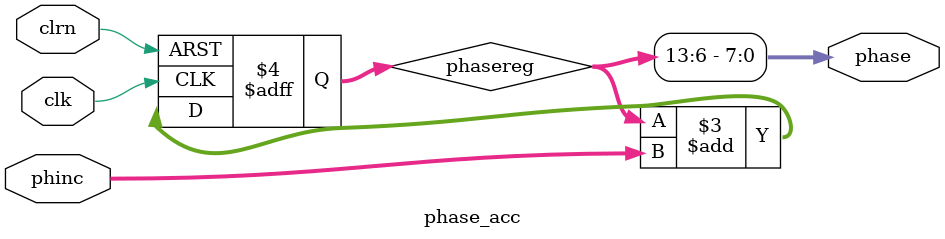
<source format=v>
module phase_acc (phinc,clk,clrn,phase);
input [7:0]phinc; //величина приращения фазы за один период тактового сигнала
input clk, clrn; //clk – тактовый сигнал
				 //clrn – вход асинхронного сброса

output [7:0] phase; // 8 старших значащих битов выхода накопителя
parameter WIDTH =14; //разрядность накопителя фазы (значение по умолчанию – 14)
reg [WIDTH-1:0] phasereg;

always @(posedge clk or negedge clrn)
begin
	if(clrn == 0) phasereg<=0;
	else
		begin
			phasereg<=phasereg+phinc;
		end


end
//...на выход поступают старшие 8 разрядов аккумулятора...
assign phase[7] = phasereg[WIDTH-1];
assign phase[6] = phasereg[WIDTH-2];
assign phase[5] = phasereg[WIDTH-3];
assign phase[4] = phasereg[WIDTH-4];
assign phase[3] = phasereg[WIDTH-5];
assign phase[2] = phasereg[WIDTH-6];
assign phase[1] = phasereg[WIDTH-7];
assign phase[0] = phasereg[WIDTH-8];
endmodule

</source>
